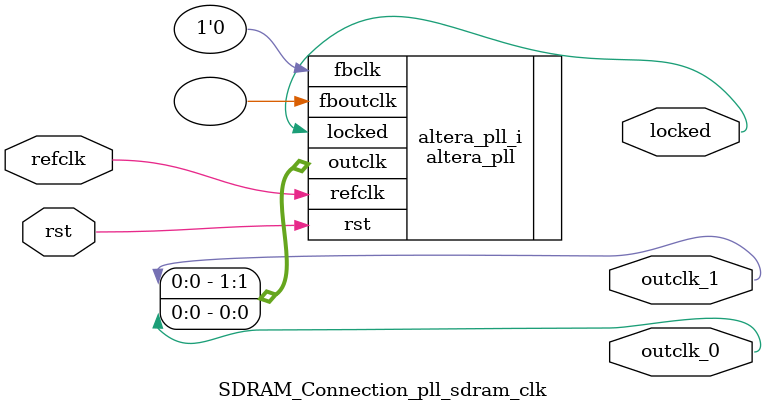
<source format=v>
`timescale 1ns/10ps
module  SDRAM_Connection_pll_sdram_clk(

	// interface 'refclk'
	input wire refclk,

	// interface 'reset'
	input wire rst,

	// interface 'outclk0'
	output wire outclk_0,

	// interface 'outclk1'
	output wire outclk_1,

	// interface 'locked'
	output wire locked
);

	altera_pll #(
		.fractional_vco_multiplier("false"),
		.reference_clock_frequency("50.0 MHz"),
		.operation_mode("direct"),
		.number_of_clocks(2),
		.output_clock_frequency0("143.000000 MHz"),
		.phase_shift0("0 ps"),
		.duty_cycle0(50),
		.output_clock_frequency1("143.000000 MHz"),
		.phase_shift1("-2972 ps"),
		.duty_cycle1(50),
		.output_clock_frequency2("0 MHz"),
		.phase_shift2("0 ps"),
		.duty_cycle2(50),
		.output_clock_frequency3("0 MHz"),
		.phase_shift3("0 ps"),
		.duty_cycle3(50),
		.output_clock_frequency4("0 MHz"),
		.phase_shift4("0 ps"),
		.duty_cycle4(50),
		.output_clock_frequency5("0 MHz"),
		.phase_shift5("0 ps"),
		.duty_cycle5(50),
		.output_clock_frequency6("0 MHz"),
		.phase_shift6("0 ps"),
		.duty_cycle6(50),
		.output_clock_frequency7("0 MHz"),
		.phase_shift7("0 ps"),
		.duty_cycle7(50),
		.output_clock_frequency8("0 MHz"),
		.phase_shift8("0 ps"),
		.duty_cycle8(50),
		.output_clock_frequency9("0 MHz"),
		.phase_shift9("0 ps"),
		.duty_cycle9(50),
		.output_clock_frequency10("0 MHz"),
		.phase_shift10("0 ps"),
		.duty_cycle10(50),
		.output_clock_frequency11("0 MHz"),
		.phase_shift11("0 ps"),
		.duty_cycle11(50),
		.output_clock_frequency12("0 MHz"),
		.phase_shift12("0 ps"),
		.duty_cycle12(50),
		.output_clock_frequency13("0 MHz"),
		.phase_shift13("0 ps"),
		.duty_cycle13(50),
		.output_clock_frequency14("0 MHz"),
		.phase_shift14("0 ps"),
		.duty_cycle14(50),
		.output_clock_frequency15("0 MHz"),
		.phase_shift15("0 ps"),
		.duty_cycle15(50),
		.output_clock_frequency16("0 MHz"),
		.phase_shift16("0 ps"),
		.duty_cycle16(50),
		.output_clock_frequency17("0 MHz"),
		.phase_shift17("0 ps"),
		.duty_cycle17(50),
		.pll_type("General"),
		.pll_subtype("General")
	) altera_pll_i (
		.rst	(rst),
		.outclk	({outclk_1, outclk_0}),
		.locked	(locked),
		.fboutclk	( ),
		.fbclk	(1'b0),
		.refclk	(refclk)
	);
endmodule


</source>
